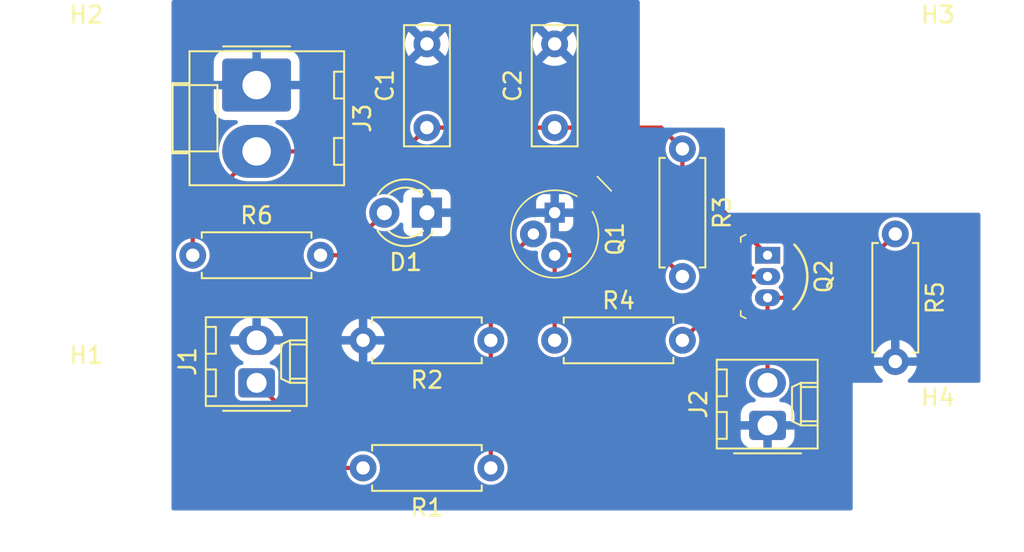
<source format=kicad_pcb>
(kicad_pcb (version 20211014) (generator pcbnew)
  (layers (0 "F.Cu" signal) (31 "B.Cu" signal) (34 "B.Paste" user) (35 "F.Paste" user) (36 "B.SilkS" user "B.Silkscreen") (37 "F.SilkS" user "F.Silkscreen") (38 "B.Mask" user) (39 "F.Mask" user) (44 "Edge.Cuts" user))
  (net 0 "")
  (net 1 "GND")
  (net 2 "Net-(D1-Pad2)")
  (net 3 "Net-(J1-Pad1)")
  (net 4 "Net-(J2-Pad2)")
  (net 5 "Net-(Q1-Pad2)")
  (net 6 "Net-(Q1-Pad3)")
  (net 7 "Net-(Q2-Pad2)")
  (net 8 "+12V")
  (footprint "Capacitor_THT:C_Rect_L7.0mm_W2.5mm_P5.00mm" (layer "F.Cu") (at 119.38 91.44 90)
    (fp_text reference "C1" (at 2.5 -2.5 90) (layer "F.SilkS"))
    (fp_text value "100uF")
    (fp_line (start 6.12 -1.37) (end 6.12 1.37) (layer "F.SilkS") (width 0.12))
    (fp_line (start -1.12 1.37) (end 6.12 1.37) (layer "F.SilkS") (width 0.12))
    (fp_line (start -1.12 -1.37) (end 6.12 -1.37) (layer "F.SilkS") (width 0.12))
    (fp_line (start -1.12 -1.37) (end -1.12 1.37) (layer "F.SilkS") (width 0.12))
    (pad "1" thru_hole circle (at 0 0 90) (size 1.6 1.6) (drill 0.8) (layers *.Cu *.Mask) (net 8 "+12V"))
    (pad "2" thru_hole circle (at 5 0 90) (size 1.6 1.6) (drill 0.8) (layers *.Cu *.Mask) (net 1 "GND"))
  )
  (footprint "MountingHole:MountingHole_3.2mm_M3" (layer "F.Cu") (at 149.86 111.76)
    (fp_text reference "H4" (at 0 -4.2) (layer "F.SilkS"))
    (fp_text value "MountingHole")
    (pad "" np_thru_hole circle (at 0 0) (size 3.2 3.2) (drill 3.2) (layers *.Cu *.Mask))
  )
  (footprint "digikey-footprints:TO-18-3" (layer "F.Cu") (at 127 96.52 -90)
    (fp_text reference "Q1" (at 1.57 -3.6 90) (layer "F.SilkS"))
    (fp_text value "2N2222A")
    (fp_line (start -2.155 -2.55) (end -1.305 -3.375) (layer "F.SilkS") (width 0.1))
    (fp_arc (start -0.055522 -2.249693) (mid 3.116579 1.846151) (end -0.98 -1.325) (layer "F.SilkS") (width 0.1))
    (pad "1" thru_hole rect locked (at 0 0 270) (size 1.2 1.2) (drill 0.68) (layers *.Cu *.Mask) (net 1 "GND"))
    (pad "2" thru_hole circle locked (at 1.27 1.27 270) (size 1.6 1.6) (drill 0.68) (layers *.Cu *.Mask) (net 5 "Net-(Q1-Pad2)"))
    (pad "3" thru_hole circle locked (at 2.54 0 270) (size 1.6 1.6) (drill 0.68) (layers *.Cu *.Mask) (net 6 "Net-(Q1-Pad3)"))
  )
  (footprint "Connector_Molex:Molex_KK-254_AE-6410-02A_1x02_P2.54mm_Vertical" (layer "F.Cu") (at 139.7 109.22 90)
    (fp_text reference "J2" (at 1.27 -4.12 90) (layer "F.SilkS"))
    (fp_text value "OUT")
    (fp_line (start 3.92 2.99) (end 3.92 -3.03) (layer "F.SilkS") (width 0.12))
    (fp_line (start 3.34 -2.43) (end 3.34 -3.03) (layer "F.SilkS") (width 0.12))
    (fp_line (start 0 1.99) (end 0.25 1.46) (layer "F.SilkS") (width 0.12))
    (fp_line (start 0 1.99) (end 2.54 1.99) (layer "F.SilkS") (width 0.12))
    (fp_line (start 0.8 -2.43) (end 0.8 -3.03) (layer "F.SilkS") (width 0.12))
    (fp_line (start -1.67 -2) (end -1.67 2) (layer "F.SilkS") (width 0.12))
    (fp_line (start 2.29 2.99) (end 2.29 1.99) (layer "F.SilkS") (width 0.12))
    (fp_line (start 2.54 1.99) (end 2.54 2.99) (layer "F.SilkS") (width 0.12))
    (fp_line (start 1.74 -3.03) (end 1.74 -2.43) (layer "F.SilkS") (width 0.12))
    (fp_line (start 0.25 1.46) (end 2.29 1.46) (layer "F.SilkS") (width 0.12))
    (fp_line (start 3.92 -3.03) (end -1.38 -3.03) (layer "F.SilkS") (width 0.12))
    (fp_line (start -1.38 2.99) (end 3.92 2.99) (layer "F.SilkS") (width 0.12))
    (fp_line (start -0.8 -3.03) (end -0.8 -2.43) (layer "F.SilkS") (width 0.12))
    (fp_line (start 0.25 2.99) (end 0.25 1.99) (layer "F.SilkS") (width 0.12))
    (fp_line (start 1.74 -2.43) (end 3.34 -2.43) (layer "F.SilkS") (width 0.12))
    (fp_line (start 2.29 1.46) (end 2.54 1.99) (layer "F.SilkS") (width 0.12))
    (fp_line (start 0 2.99) (end 0 1.99) (layer "F.SilkS") (width 0.12))
    (fp_line (start -1.38 -3.03) (end -1.38 2.99) (layer "F.SilkS") (width 0.12))
    (fp_line (start -0.8 -2.43) (end 0.8 -2.43) (layer "F.SilkS") (width 0.12))
    (pad "1" thru_hole roundrect (at 0 0 90) (size 1.74 2.19) (drill 1.19) (layers *.Cu *.Mask) (roundrect_rratio 0.1436781609) (net 1 "GND"))
    (pad "2" thru_hole oval (at 2.54 0 90) (size 1.74 2.19) (drill 1.19) (layers *.Cu *.Mask) (net 4 "Net-(J2-Pad2)"))
  )
  (footprint "Resistor_THT:R_Axial_DIN0207_L6.3mm_D2.5mm_P7.62mm_Horizontal" (layer "F.Cu") (at 123.19 111.76 180)
    (fp_text reference "R1" (at 3.81 -2.37) (layer "F.SilkS"))
    (fp_text value "180")
    (fp_line (start 7.08 1.37) (end 7.08 1.04) (layer "F.SilkS") (width 0.12))
    (fp_line (start 0.54 -1.04) (end 0.54 -1.37) (layer "F.SilkS") (width 0.12))
    (fp_line (start 0.54 1.37) (end 7.08 1.37) (layer "F.SilkS") (width 0.12))
    (fp_line (start 0.54 -1.37) (end 7.08 -1.37) (layer "F.SilkS") (width 0.12))
    (fp_line (start 0.54 1.04) (end 0.54 1.37) (layer "F.SilkS") (width 0.12))
    (fp_line (start 7.08 -1.37) (end 7.08 -1.04) (layer "F.SilkS") (width 0.12))
    (pad "1" thru_hole circle (at 0 0 180) (size 1.6 1.6) (drill 0.8) (layers *.Cu *.Mask) (net 5 "Net-(Q1-Pad2)"))
    (pad "2" thru_hole oval (at 7.62 0 180) (size 1.6 1.6) (drill 0.8) (layers *.Cu *.Mask) (net 3 "Net-(J1-Pad1)"))
  )
  (footprint "Resistor_THT:R_Axial_DIN0207_L6.3mm_D2.5mm_P7.62mm_Horizontal" (layer "F.Cu") (at 105.41 99.06)
    (fp_text reference "R6" (at 3.81 -2.37) (layer "F.SilkS"))
    (fp_text value "10K")
    (fp_line (start 7.08 -1.37) (end 7.08 -1.04) (layer "F.SilkS") (width 0.12))
    (fp_line (start 0.54 1.04) (end 0.54 1.37) (layer "F.SilkS") (width 0.12))
    (fp_line (start 0.54 -1.37) (end 7.08 -1.37) (layer "F.SilkS") (width 0.12))
    (fp_line (start 7.08 1.37) (end 7.08 1.04) (layer "F.SilkS") (width 0.12))
    (fp_line (start 0.54 1.37) (end 7.08 1.37) (layer "F.SilkS") (width 0.12))
    (fp_line (start 0.54 -1.04) (end 0.54 -1.37) (layer "F.SilkS") (width 0.12))
    (pad "1" thru_hole circle (at 0 0) (size 1.6 1.6) (drill 0.8) (layers *.Cu *.Mask) (net 8 "+12V"))
    (pad "2" thru_hole oval (at 7.62 0) (size 1.6 1.6) (drill 0.8) (layers *.Cu *.Mask) (net 2 "Net-(D1-Pad2)"))
  )
  (footprint "Capacitor_THT:C_Rect_L7.0mm_W2.5mm_P5.00mm" (layer "F.Cu") (at 127 91.44 90)
    (fp_text reference "C2" (at 2.5 -2.5 90) (layer "F.SilkS"))
    (fp_text value "100nF")
    (fp_line (start -1.12 -1.37) (end -1.12 1.37) (layer "F.SilkS") (width 0.12))
    (fp_line (start 6.12 -1.37) (end 6.12 1.37) (layer "F.SilkS") (width 0.12))
    (fp_line (start -1.12 -1.37) (end 6.12 -1.37) (layer "F.SilkS") (width 0.12))
    (fp_line (start -1.12 1.37) (end 6.12 1.37) (layer "F.SilkS") (width 0.12))
    (pad "1" thru_hole circle (at 0 0 90) (size 1.6 1.6) (drill 0.8) (layers *.Cu *.Mask) (net 8 "+12V"))
    (pad "2" thru_hole circle (at 5 0 90) (size 1.6 1.6) (drill 0.8) (layers *.Cu *.Mask) (net 1 "GND"))
  )
  (footprint "Resistor_THT:R_Axial_DIN0207_L6.3mm_D2.5mm_P7.62mm_Horizontal" (layer "F.Cu") (at 134.62 92.71 -90)
    (fp_text reference "R3" (at 3.81 -2.37 90) (layer "F.SilkS"))
    (fp_text value "2.2K")
    (fp_line (start 7.08 1.37) (end 7.08 1.04) (layer "F.SilkS") (width 0.12))
    (fp_line (start 0.54 -1.04) (end 0.54 -1.37) (layer "F.SilkS") (width 0.12))
    (fp_line (start 0.54 1.37) (end 7.08 1.37) (layer "F.SilkS") (width 0.12))
    (fp_line (start 7.08 -1.37) (end 7.08 -1.04) (layer "F.SilkS") (width 0.12))
    (fp_line (start 0.54 1.04) (end 0.54 1.37) (layer "F.SilkS") (width 0.12))
    (fp_line (start 0.54 -1.37) (end 7.08 -1.37) (layer "F.SilkS") (width 0.12))
    (pad "1" thru_hole circle (at 0 0 270) (size 1.6 1.6) (drill 0.8) (layers *.Cu *.Mask) (net 8 "+12V"))
    (pad "2" thru_hole oval (at 7.62 0 270) (size 1.6 1.6) (drill 0.8) (layers *.Cu *.Mask) (net 6 "Net-(Q1-Pad3)"))
  )
  (footprint "MountingHole:MountingHole_3.2mm_M3" (layer "F.Cu") (at 99.06 88.9)
    (fp_text reference "H2" (at 0 -4.2) (layer "F.SilkS"))
    (fp_text value "MountingHole")
    (pad "" np_thru_hole circle (at 0 0) (size 3.2 3.2) (drill 3.2) (layers *.Cu *.Mask))
  )
  (footprint "LED_THT:LED_D3.0mm" (layer "F.Cu") (at 119.38 96.52 180)
    (fp_text reference "D1" (at 1.27 -2.96) (layer "F.SilkS"))
    (fp_text value "LED")
    (fp_line (start -0.29 1.08) (end -0.29 1.236) (layer "F.SilkS") (width 0.12))
    (fp_line (start -0.29 -1.236) (end -0.29 -1.08) (layer "F.SilkS") (width 0.12))
    (fp_arc (start 2.31113 1.079837) (mid 1.270117 1.5) (end 0.229039 1.08) (layer "F.SilkS") (width 0.12))
    (fp_arc (start 2.942335 1.078608) (mid 1.366487 1.987659) (end -0.29 1.235516) (layer "F.SilkS") (width 0.12))
    (fp_arc (start -0.29 -1.235516) (mid 1.366487 -1.987659) (end 2.942335 -1.078608) (layer "F.SilkS") (width 0.12))
    (fp_arc (start 0.229039 -1.08) (mid 1.270117 -1.5) (end 2.31113 -1.079837) (layer "F.SilkS") (width 0.12))
    (pad "1" thru_hole rect (at 0 0 180) (size 1.8 1.8) (drill 0.9) (layers *.Cu *.Mask) (net 1 "GND"))
    (pad "2" thru_hole circle (at 2.54 0 180) (size 1.8 1.8) (drill 0.9) (layers *.Cu *.Mask) (net 2 "Net-(D1-Pad2)"))
  )
  (footprint "Resistor_THT:R_Axial_DIN0207_L6.3mm_D2.5mm_P7.62mm_Horizontal" (layer "F.Cu") (at 123.19 104.14 180)
    (fp_text reference "R2" (at 3.81 -2.37) (layer "F.SilkS"))
    (fp_text value "1K")
    (fp_line (start 0.54 -1.04) (end 0.54 -1.37) (layer "F.SilkS") (width 0.12))
    (fp_line (start 7.08 1.37) (end 7.08 1.04) (layer "F.SilkS") (width 0.12))
    (fp_line (start 0.54 1.04) (end 0.54 1.37) (layer "F.SilkS") (width 0.12))
    (fp_line (start 7.08 -1.37) (end 7.08 -1.04) (layer "F.SilkS") (width 0.12))
    (fp_line (start 0.54 -1.37) (end 7.08 -1.37) (layer "F.SilkS") (width 0.12))
    (fp_line (start 0.54 1.37) (end 7.08 1.37) (layer "F.SilkS") (width 0.12))
    (pad "1" thru_hole circle (at 0 0 180) (size 1.6 1.6) (drill 0.8) (layers *.Cu *.Mask) (net 5 "Net-(Q1-Pad2)"))
    (pad "2" thru_hole oval (at 7.62 0 180) (size 1.6 1.6) (drill 0.8) (layers *.Cu *.Mask) (net 1 "GND"))
  )
  (footprint "Resistor_THT:R_Axial_DIN0207_L6.3mm_D2.5mm_P7.62mm_Horizontal" (layer "F.Cu") (at 127 104.14)
    (fp_text reference "R4" (at 3.81 -2.37) (layer "F.SilkS"))
    (fp_text value "100K")
    (fp_line (start 0.54 -1.37) (end 7.08 -1.37) (layer "F.SilkS") (width 0.12))
    (fp_line (start 7.08 -1.37) (end 7.08 -1.04) (layer "F.SilkS") (width 0.12))
    (fp_line (start 0.54 -1.04) (end 0.54 -1.37) (layer "F.SilkS") (width 0.12))
    (fp_line (start 0.54 1.04) (end 0.54 1.37) (layer "F.SilkS") (width 0.12))
    (fp_line (start 7.08 1.37) (end 7.08 1.04) (layer "F.SilkS") (width 0.12))
    (fp_line (start 0.54 1.37) (end 7.08 1.37) (layer "F.SilkS") (width 0.12))
    (pad "1" thru_hole circle (at 0 0) (size 1.6 1.6) (drill 0.8) (layers *.Cu *.Mask) (net 6 "Net-(Q1-Pad3)"))
    (pad "2" thru_hole oval (at 7.62 0) (size 1.6 1.6) (drill 0.8) (layers *.Cu *.Mask) (net 7 "Net-(Q2-Pad2)"))
  )
  (footprint "digikey-footprints:TO-92-3" (layer "F.Cu") (at 139.7 99.06 -90)
    (fp_text reference "Q2" (at 1.27 -3.35 90) (layer "F.SilkS"))
    (fp_text value "2N3906")
    (fp_line (start -1.08 1.6) (end -1.23 1.3) (layer "F.SilkS") (width 0.1))
    (fp_line (start 3.62 1.6) (end 3.77 1.3) (layer "F.SilkS") (width 0.1))
    (fp_line (start -0.78 1.6) (end -1.08 1.6) (layer "F.SilkS") (width 0.1))
    (fp_line (start 3.62 1.6) (end 3.32 1.6) (layer "F.SilkS") (width 0.1))
    (fp_arc (start -0.63 -1.6) (mid 1.305355 -2.372361) (end 3.22 -1.55) (layer "F.SilkS") (width 0.15))
    (pad "1" thru_hole rect locked (at 0 0 90) (size 1 1.5) (drill 0.55) (layers *.Cu *.Mask) (net 8 "+12V"))
    (pad "2" thru_hole oval locked (at 1.27 0 90) (size 1 1.5) (drill 0.55) (layers *.Cu *.Mask) (net 7 "Net-(Q2-Pad2)"))
    (pad "3" thru_hole oval locked (at 2.54 0 90) (size 1 1.5) (drill 0.55) (layers *.Cu *.Mask) (net 4 "Net-(J2-Pad2)"))
  )
  (footprint "MountingHole:MountingHole_3.2mm_M3" (layer "F.Cu") (at 99.06 109.22)
    (fp_text reference "H1" (at 0 -4.2) (layer "F.SilkS"))
    (fp_text value "MountingHole")
    (pad "" np_thru_hole circle (at 0 0) (size 3.2 3.2) (drill 3.2) (layers *.Cu *.Mask))
  )
  (footprint "MountingHole:MountingHole_3.2mm_M3" (layer "F.Cu") (at 149.86 88.9)
    (fp_text reference "H3" (at 0 -4.2) (layer "F.SilkS"))
    (fp_text value "MountingHole")
    (pad "" np_thru_hole circle (at 0 0) (size 3.2 3.2) (drill 3.2) (layers *.Cu *.Mask))
  )
  (footprint "Connector_Molex:Molex_KK-254_AE-6410-02A_1x02_P2.54mm_Vertical" (layer "F.Cu") (at 109.22 106.68 90)
    (fp_text reference "J1" (at 1.27 -4.12 90) (layer "F.SilkS"))
    (fp_text value "IN")
    (fp_line (start -1.67 -2) (end -1.67 2) (layer "F.SilkS") (width 0.12))
    (fp_line (start -1.38 2.99) (end 3.92 2.99) (layer "F.SilkS") (width 0.12))
    (fp_line (start 1.74 -3.03) (end 1.74 -2.43) (layer "F.SilkS") (width 0.12))
    (fp_line (start 0.25 1.46) (end 2.29 1.46) (layer "F.SilkS") (width 0.12))
    (fp_line (start 0.8 -2.43) (end 0.8 -3.03) (layer "F.SilkS") (width 0.12))
    (fp_line (start 1.74 -2.43) (end 3.34 -2.43) (layer "F.SilkS") (width 0.12))
    (fp_line (start 3.92 -3.03) (end -1.38 -3.03) (layer "F.SilkS") (width 0.12))
    (fp_line (start 0.25 2.99) (end 0.25 1.99) (layer "F.SilkS") (width 0.12))
    (fp_line (start 2.29 1.46) (end 2.54 1.99) (layer "F.SilkS") (width 0.12))
    (fp_line (start 0 1.99) (end 2.54 1.99) (layer "F.SilkS") (width 0.12))
    (fp_line (start -0.8 -2.43) (end 0.8 -2.43) (layer "F.SilkS") (width 0.12))
    (fp_line (start 0 1.99) (end 0.25 1.46) (layer "F.SilkS") (width 0.12))
    (fp_line (start 3.92 2.99) (end 3.92 -3.03) (layer "F.SilkS") (width 0.12))
    (fp_line (start 3.34 -2.43) (end 3.34 -3.03) (layer "F.SilkS") (width 0.12))
    (fp_line (start 0 2.99) (end 0 1.99) (layer "F.SilkS") (width 0.12))
    (fp_line (start -0.8 -3.03) (end -0.8 -2.43) (layer "F.SilkS") (width 0.12))
    (fp_line (start -1.38 -3.03) (end -1.38 2.99) (layer "F.SilkS") (width 0.12))
    (fp_line (start 2.29 2.99) (end 2.29 1.99) (layer "F.SilkS") (width 0.12))
    (fp_line (start 2.54 1.99) (end 2.54 2.99) (layer "F.SilkS") (width 0.12))
    (pad "1" thru_hole roundrect (at 0 0 90) (size 1.74 2.19) (drill 1.19) (layers *.Cu *.Mask) (roundrect_rratio 0.1436781609) (net 3 "Net-(J1-Pad1)"))
    (pad "2" thru_hole oval (at 2.54 0 90) (size 1.74 2.19) (drill 1.19) (layers *.Cu *.Mask) (net 1 "GND"))
  )
  (footprint "Connector_Molex:Molex_KK-396_A-41791-0002_1x02_P3.96mm_Vertical" (layer "F.Cu") (at 109.22 88.9 -90)
    (fp_text reference "J3" (at 1.98 -6.31 90) (layer "F.SilkS"))
    (fp_text value "DC_IN")
    (fp_line (start 3.16 -5.22) (end 3.16 -4.62) (layer "F.SilkS") (width 0.12))
    (fp_line (start -0.115 4.005) (end -2.02 4.005) (layer "F.SilkS") (width 0.12))
    (fp_line (start 0.8 -4.62) (end 0.8 -5.22) (layer "F.SilkS") (width 0.12))
    (fp_line (start -2.02 -5.22) (end 5.98 -5.22) (layer "F.SilkS") (width 0.12))
    (fp_line (start 3.96 2.34) (end 3.96 4.01) (layer "F.SilkS") (width 0.12))
    (fp_line (start 0 4.01) (end 3.96 4.01) (layer "F.SilkS") (width 0.12))
    (fp_line (start 4.76 -4.62) (end 4.76 -5.22) (layer "F.SilkS") (width 0.12))
    (fp_line (start 0 5.01) (end 0 4.01) (layer "F.SilkS") (width 0.12))
    (fp_line (start 5.98 4.005) (end 4.075 4.005) (layer "F.SilkS") (width 0.12))
    (fp_line (start 0 4.01) (end 0 2.34) (layer "F.SilkS") (width 0.12))
    (fp_line (start 4.075 5.01) (end -0.115 5.01) (layer "F.SilkS") (width 0.12))
    (fp_line (start 3.96 4.01) (end 3.96 5.01) (layer "F.SilkS") (width 0.12))
    (fp_line (start -0.8 -4.62) (end 0.8 -4.62) (layer "F.SilkS") (width 0.12))
    (fp_line (start 4.075 4.005) (end 4.075 5.01) (layer "F.SilkS") (width 0.12))
    (fp_line (start -2.31 -2) (end -2.31 2) (layer "F.SilkS") (width 0.12))
    (fp_line (start 5.98 -5.22) (end 5.98 4.005) (layer "F.SilkS") (width 0.12))
    (fp_line (start 3.16 -4.62) (end 4.76 -4.62) (layer "F.SilkS") (width 0.12))
    (fp_line (start -0.8 -5.22) (end -0.8 -4.62) (layer "F.SilkS") (width 0.12))
    (fp_line (start -0.115 5.01) (end -0.115 4.005) (layer "F.SilkS") (width 0.12))
    (fp_line (start -2.02 4.005) (end -2.02 -5.22) (layer "F.SilkS") (width 0.12))
    (fp_line (start 0 2.34) (end 3.96 2.34) (layer "F.SilkS") (width 0.12))
    (pad "1" thru_hole roundrect (at 0 0 270) (size 3.16 4.1) (drill 1.7) (layers *.Cu *.Mask) (roundrect_rratio 0.07911392405) (net 1 "GND"))
    (pad "2" thru_hole oval (at 3.96 0 270) (size 3.16 4.1) (drill 1.7) (layers *.Cu *.Mask) (net 8 "+12V"))
  )
  (footprint "Resistor_THT:R_Axial_DIN0207_L6.3mm_D2.5mm_P7.62mm_Horizontal" (layer "F.Cu") (at 147.32 97.79 -90)
    (fp_text reference "R5" (at 3.81 -2.37 90) (layer "F.SilkS"))
    (fp_text value "10K")
    (fp_line (start 7.08 1.37) (end 7.08 1.04) (layer "F.SilkS") (width 0.12))
    (fp_line (start 0.54 1.04) (end 0.54 1.37) (layer "F.SilkS") (width 0.12))
    (fp_line (start 7.08 -1.37) (end 7.08 -1.04) (layer "F.SilkS") (width 0.12))
    (fp_line (start 0.54 -1.04) (end 0.54 -1.37) (layer "F.SilkS") (width 0.12))
    (fp_line (start 0.54 -1.37) (end 7.08 -1.37) (layer "F.SilkS") (width 0.12))
    (fp_line (start 0.54 1.37) (end 7.08 1.37) (layer "F.SilkS") (width 0.12))
    (pad "1" thru_hole circle (at 0 0 270) (size 1.6 1.6) (drill 0.8) (layers *.Cu *.Mask) (net 4 "Net-(J2-Pad2)"))
    (pad "2" thru_hole oval (at 7.62 0 270) (size 1.6 1.6) (drill 0.8) (layers *.Cu *.Mask) (net 1 "GND"))
  )
  (segment (start 113.03 99.06) (end 114.3 99.06) (width 0.25) (layer "F.Cu") (net 2))
  (segment (start 114.3 99.06) (end 116.84 96.52) (width 0.25) (layer "F.Cu") (net 2))
  (segment (start 115.57 111.76) (end 114.3 111.76) (width 0.25) (layer "F.Cu") (net 3))
  (segment (start 114.3 111.76) (end 109.22 106.68) (width 0.25) (layer "F.Cu") (net 3))
  (segment (start 139.7 101.6) (end 139.7 106.68) (width 0.25) (layer "F.Cu") (net 4))
  (segment (start 143.51 101.6) (end 147.32 97.79) (width 0.25) (layer "F.Cu") (net 4))
  (segment (start 139.7 101.6) (end 143.51 101.6) (width 0.25) (layer "F.Cu") (net 4))
  (segment (start 123.19 100.33) (end 125.73 97.79) (width 0.25) (layer "F.Cu") (net 5))
  (segment (start 123.19 111.76) (end 123.19 104.14) (width 0.25) (layer "F.Cu") (net 5))
  (segment (start 123.19 104.14) (end 123.19 100.33) (width 0.25) (layer "F.Cu") (net 5))
  (segment (start 127 104.14) (end 127 99.06) (width 0.25) (layer "F.Cu") (net 6))
  (segment (start 127 99.06) (end 133.35 99.06) (width 0.25) (layer "F.Cu") (net 6))
  (segment (start 133.35 99.06) (end 134.62 100.33) (width 0.25) (layer "F.Cu") (net 6))
  (segment (start 138.43 100.33) (end 139.7 100.33) (width 0.25) (layer "F.Cu") (net 7))
  (segment (start 134.62 104.14) (end 138.43 100.33) (width 0.25) (layer "F.Cu") (net 7))
  (segment (start 127 91.44) (end 133.35 91.44) (width 0.25) (layer "F.Cu") (net 8))
  (segment (start 117.96 92.86) (end 119.38 91.44) (width 0.25) (layer "F.Cu") (net 8))
  (segment (start 105.41 96.67) (end 109.22 92.86) (width 0.25) (layer "F.Cu") (net 8))
  (segment (start 109.22 92.86) (end 117.96 92.86) (width 0.25) (layer "F.Cu") (net 8))
  (segment (start 133.35 91.44) (end 134.62 92.71) (width 0.25) (layer "F.Cu") (net 8))
  (segment (start 134.62 92.71) (end 134.62 93.98) (width 0.25) (layer "F.Cu") (net 8))
  (segment (start 119.38 91.44) (end 127 91.44) (width 0.25) (layer "F.Cu") (net 8))
  (segment (start 134.62 93.98) (end 139.7 99.06) (width 0.25) (layer "F.Cu") (net 8))
  (segment (start 105.41 99.06) (end 105.41 96.67) (width 0.25) (layer "F.Cu") (net 8))
  (zone (net 1) (net_name "GND") (layer "B.Cu") (connect_pads (clearance 0)) (min_thickness 0.254) (fill yes (thermal_gap 0.508) (thermal_bridge_width 0.508))
    (polygon (pts (xy 132.08 91.44) (xy 137.16 91.44) (xy 137.16 96.52) (xy 152.4 96.52) (xy 152.4 106.68) (xy 144.78 106.68) (xy 144.78 114.3) (xy 104.14 114.3) (xy 104.14 83.82) (xy 132.08 83.82)))
  )
)
</source>
